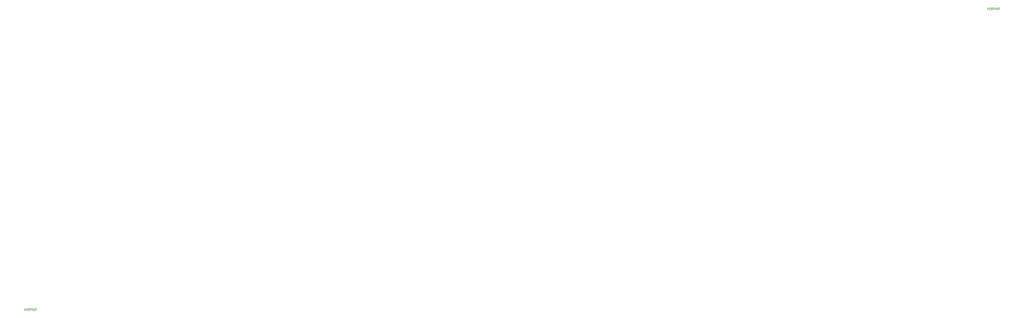
<source format=gbr>
%TF.GenerationSoftware,KiCad,Pcbnew,8.0.5*%
%TF.CreationDate,2024-11-10T10:57:10+05:30*%
%TF.ProjectId,base,62617365-2e6b-4696-9361-645f70636258,rev?*%
%TF.SameCoordinates,Original*%
%TF.FileFunction,Other,Comment*%
%FSLAX46Y46*%
G04 Gerber Fmt 4.6, Leading zero omitted, Abs format (unit mm)*
G04 Created by KiCad (PCBNEW 8.0.5) date 2024-11-10 10:57:10*
%MOMM*%
%LPD*%
G01*
G04 APERTURE LIST*
%ADD10C,0.051000*%
G04 APERTURE END LIST*
D10*
X39401904Y-127182395D02*
X39401904Y-126782395D01*
X39630475Y-127182395D02*
X39459046Y-126953824D01*
X39630475Y-126782395D02*
X39401904Y-127010967D01*
X39801904Y-126972871D02*
X39935237Y-126972871D01*
X39992380Y-127182395D02*
X39801904Y-127182395D01*
X39801904Y-127182395D02*
X39801904Y-126782395D01*
X39801904Y-126782395D02*
X39992380Y-126782395D01*
X40163809Y-126972871D02*
X40297142Y-126972871D01*
X40354285Y-127182395D02*
X40163809Y-127182395D01*
X40163809Y-127182395D02*
X40163809Y-126782395D01*
X40163809Y-126782395D02*
X40354285Y-126782395D01*
X40525714Y-127182395D02*
X40525714Y-126782395D01*
X40525714Y-126782395D02*
X40678095Y-126782395D01*
X40678095Y-126782395D02*
X40716190Y-126801443D01*
X40716190Y-126801443D02*
X40735237Y-126820490D01*
X40735237Y-126820490D02*
X40754285Y-126858586D01*
X40754285Y-126858586D02*
X40754285Y-126915728D01*
X40754285Y-126915728D02*
X40735237Y-126953824D01*
X40735237Y-126953824D02*
X40716190Y-126972871D01*
X40716190Y-126972871D02*
X40678095Y-126991919D01*
X40678095Y-126991919D02*
X40525714Y-126991919D01*
X41001904Y-126782395D02*
X41078095Y-126782395D01*
X41078095Y-126782395D02*
X41116190Y-126801443D01*
X41116190Y-126801443D02*
X41154285Y-126839538D01*
X41154285Y-126839538D02*
X41173333Y-126915728D01*
X41173333Y-126915728D02*
X41173333Y-127049062D01*
X41173333Y-127049062D02*
X41154285Y-127125252D01*
X41154285Y-127125252D02*
X41116190Y-127163348D01*
X41116190Y-127163348D02*
X41078095Y-127182395D01*
X41078095Y-127182395D02*
X41001904Y-127182395D01*
X41001904Y-127182395D02*
X40963809Y-127163348D01*
X40963809Y-127163348D02*
X40925714Y-127125252D01*
X40925714Y-127125252D02*
X40906666Y-127049062D01*
X40906666Y-127049062D02*
X40906666Y-126915728D01*
X40906666Y-126915728D02*
X40925714Y-126839538D01*
X40925714Y-126839538D02*
X40963809Y-126801443D01*
X40963809Y-126801443D02*
X41001904Y-126782395D01*
X41344762Y-126782395D02*
X41344762Y-127106205D01*
X41344762Y-127106205D02*
X41363809Y-127144300D01*
X41363809Y-127144300D02*
X41382857Y-127163348D01*
X41382857Y-127163348D02*
X41420952Y-127182395D01*
X41420952Y-127182395D02*
X41497143Y-127182395D01*
X41497143Y-127182395D02*
X41535238Y-127163348D01*
X41535238Y-127163348D02*
X41554285Y-127144300D01*
X41554285Y-127144300D02*
X41573333Y-127106205D01*
X41573333Y-127106205D02*
X41573333Y-126782395D01*
X41706667Y-126782395D02*
X41935238Y-126782395D01*
X41820952Y-127182395D02*
X41820952Y-126782395D01*
X242601904Y-63682395D02*
X242601904Y-63282395D01*
X242830475Y-63682395D02*
X242659046Y-63453824D01*
X242830475Y-63282395D02*
X242601904Y-63510967D01*
X243001904Y-63472871D02*
X243135237Y-63472871D01*
X243192380Y-63682395D02*
X243001904Y-63682395D01*
X243001904Y-63682395D02*
X243001904Y-63282395D01*
X243001904Y-63282395D02*
X243192380Y-63282395D01*
X243363809Y-63472871D02*
X243497142Y-63472871D01*
X243554285Y-63682395D02*
X243363809Y-63682395D01*
X243363809Y-63682395D02*
X243363809Y-63282395D01*
X243363809Y-63282395D02*
X243554285Y-63282395D01*
X243725714Y-63682395D02*
X243725714Y-63282395D01*
X243725714Y-63282395D02*
X243878095Y-63282395D01*
X243878095Y-63282395D02*
X243916190Y-63301443D01*
X243916190Y-63301443D02*
X243935237Y-63320490D01*
X243935237Y-63320490D02*
X243954285Y-63358586D01*
X243954285Y-63358586D02*
X243954285Y-63415728D01*
X243954285Y-63415728D02*
X243935237Y-63453824D01*
X243935237Y-63453824D02*
X243916190Y-63472871D01*
X243916190Y-63472871D02*
X243878095Y-63491919D01*
X243878095Y-63491919D02*
X243725714Y-63491919D01*
X244201904Y-63282395D02*
X244278095Y-63282395D01*
X244278095Y-63282395D02*
X244316190Y-63301443D01*
X244316190Y-63301443D02*
X244354285Y-63339538D01*
X244354285Y-63339538D02*
X244373333Y-63415728D01*
X244373333Y-63415728D02*
X244373333Y-63549062D01*
X244373333Y-63549062D02*
X244354285Y-63625252D01*
X244354285Y-63625252D02*
X244316190Y-63663348D01*
X244316190Y-63663348D02*
X244278095Y-63682395D01*
X244278095Y-63682395D02*
X244201904Y-63682395D01*
X244201904Y-63682395D02*
X244163809Y-63663348D01*
X244163809Y-63663348D02*
X244125714Y-63625252D01*
X244125714Y-63625252D02*
X244106666Y-63549062D01*
X244106666Y-63549062D02*
X244106666Y-63415728D01*
X244106666Y-63415728D02*
X244125714Y-63339538D01*
X244125714Y-63339538D02*
X244163809Y-63301443D01*
X244163809Y-63301443D02*
X244201904Y-63282395D01*
X244544762Y-63282395D02*
X244544762Y-63606205D01*
X244544762Y-63606205D02*
X244563809Y-63644300D01*
X244563809Y-63644300D02*
X244582857Y-63663348D01*
X244582857Y-63663348D02*
X244620952Y-63682395D01*
X244620952Y-63682395D02*
X244697143Y-63682395D01*
X244697143Y-63682395D02*
X244735238Y-63663348D01*
X244735238Y-63663348D02*
X244754285Y-63644300D01*
X244754285Y-63644300D02*
X244773333Y-63606205D01*
X244773333Y-63606205D02*
X244773333Y-63282395D01*
X244906667Y-63282395D02*
X245135238Y-63282395D01*
X245020952Y-63682395D02*
X245020952Y-63282395D01*
M02*

</source>
